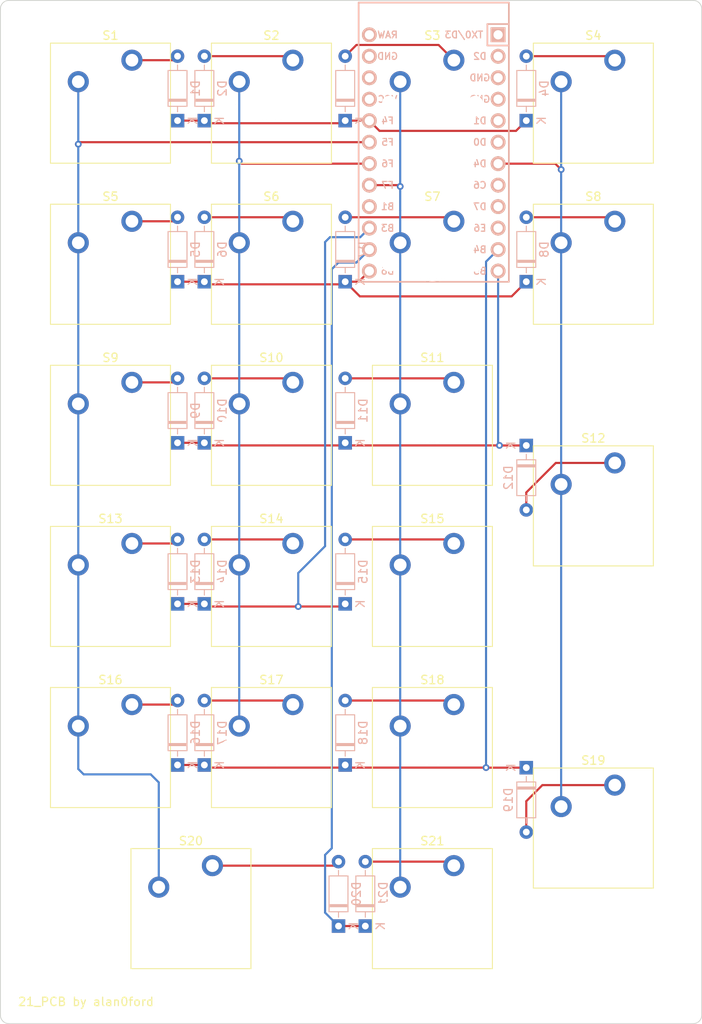
<source format=kicad_pcb>
(kicad_pcb (version 20221018) (generator pcbnew)
  (layers (0 "F.Cu" signal) (31 "B.Cu" signal) (34 "B.Paste" user) (35 "F.Paste" user) (36 "B.SilkS" user "B.Silkscreen") (37 "F.SilkS" user "F.Silkscreen") (38 "B.Mask" user) (39 "F.Mask" user) (44 "Edge.Cuts" user))
  (net 0 "")
  (net 1 "R0")
  (net 2 "Net-(D1-A)")
  (net 3 "Net-(D2-A)")
  (net 4 "Net-(D3-A)")
  (net 5 "Net-(D4-A)")
  (net 6 "R1")
  (net 7 "Net-(D5-A)")
  (net 8 "Net-(D6-A)")
  (net 9 "Net-(D7-A)")
  (net 10 "Net-(D8-A)")
  (net 11 "R2")
  (net 12 "Net-(D9-A)")
  (net 13 "Net-(D10-A)")
  (net 14 "Net-(D11-A)")
  (net 15 "Net-(D12-A)")
  (net 16 "R3")
  (net 17 "Net-(D13-A)")
  (net 18 "Net-(D14-A)")
  (net 19 "Net-(D15-A)")
  (net 20 "R4")
  (net 21 "Net-(D16-A)")
  (net 22 "Net-(D17-A)")
  (net 23 "Net-(D18-A)")
  (net 24 "Net-(D19-A)")
  (net 25 "R5")
  (net 26 "Net-(D20-A)")
  (net 27 "Net-(D21-A)")
  (net 28 "C0")
  (net 29 "C1")
  (net 30 "C2")
  (net 31 "C3")
  (footprint "ScottoKeebs_MX:MX_PCB_1.00u" (layer "F.Cu") (at 92.075 76.2)
    (fp_text reference "S6" (at 0 -8) (layer "F.SilkS"))
    (fp_text value "/")
    (pad "" np_thru_hole circle (at -5.08 0) (size 1.75 1.75) (drill 1.75) (layers "*.Cu" "*.Mask"))
    (pad "" np_thru_hole circle (at 0 0) (size 4 4) (drill 4) (layers "*.Cu" "*.Mask"))
    (pad "" np_thru_hole circle (at 5.08 0) (size 1.75 1.75) (drill 1.75) (layers "*.Cu" "*.Mask"))
    (pad "1" thru_hole circle (at -3.81 -2.54) (size 2.5 2.5) (drill 1.5) (layers "*.Cu" "*.Mask") (net 29 "C1"))
    (pad "2" thru_hole circle (at 2.54 -5.08) (size 2.5 2.5) (drill 1.5) (layers "*.Cu" "*.Mask") (net 8 "Net-(D6-A)"))
  )
  (footprint "ScottoKeebs_MX:MX_PCB_1.00u" (layer "F.Cu") (at 73.025 76.2)
    (fp_text reference "S5" (at 0 -8) (layer "F.SilkS"))
    (fp_text value "LAYER")
    (pad "" np_thru_hole circle (at -5.08 0) (size 1.75 1.75) (drill 1.75) (layers "*.Cu" "*.Mask"))
    (pad "" np_thru_hole circle (at 0 0) (size 4 4) (drill 4) (layers "*.Cu" "*.Mask"))
    (pad "" np_thru_hole circle (at 5.08 0) (size 1.75 1.75) (drill 1.75) (layers "*.Cu" "*.Mask"))
    (pad "1" thru_hole circle (at -3.81 -2.54) (size 2.5 2.5) (drill 1.5) (layers "*.Cu" "*.Mask") (net 28 "C0"))
    (pad "2" thru_hole circle (at 2.54 -5.08) (size 2.5 2.5) (drill 1.5) (layers "*.Cu" "*.Mask") (net 7 "Net-(D5-A)"))
  )
  (footprint "ScottoKeebs_MX:MX_PCB_1.00u" (layer "F.Cu") (at 111.125 95.25)
    (fp_text reference "S11" (at 0 -8) (layer "F.SilkS"))
    (fp_text value "9")
    (pad "" np_thru_hole circle (at -5.08 0) (size 1.75 1.75) (drill 1.75) (layers "*.Cu" "*.Mask"))
    (pad "" np_thru_hole circle (at 0 0) (size 4 4) (drill 4) (layers "*.Cu" "*.Mask"))
    (pad "" np_thru_hole circle (at 5.08 0) (size 1.75 1.75) (drill 1.75) (layers "*.Cu" "*.Mask"))
    (pad "1" thru_hole circle (at -3.81 -2.54) (size 2.5 2.5) (drill 1.5) (layers "*.Cu" "*.Mask") (net 30 "C2"))
    (pad "2" thru_hole circle (at 2.54 -5.08) (size 2.5 2.5) (drill 1.5) (layers "*.Cu" "*.Mask") (net 14 "Net-(D11-A)"))
  )
  (footprint "ScottoKeebs_MX:MX_PCB_1.00u" (layer "F.Cu") (at 73.025 57.15)
    (fp_text reference "S1" (at 0 -8) (layer "F.SilkS"))
    (fp_text value "F2")
    (pad "" np_thru_hole circle (at -5.08 0) (size 1.75 1.75) (drill 1.75) (layers "*.Cu" "*.Mask"))
    (pad "" np_thru_hole circle (at 0 0) (size 4 4) (drill 4) (layers "*.Cu" "*.Mask"))
    (pad "" np_thru_hole circle (at 5.08 0) (size 1.75 1.75) (drill 1.75) (layers "*.Cu" "*.Mask"))
    (pad "1" thru_hole circle (at -3.81 -2.54) (size 2.5 2.5) (drill 1.5) (layers "*.Cu" "*.Mask") (net 28 "C0"))
    (pad "2" thru_hole circle (at 2.54 -5.08) (size 2.5 2.5) (drill 1.5) (layers "*.Cu" "*.Mask") (net 2 "Net-(D1-A)"))
  )
  (footprint "ScottoKeebs_MX:MX_PCB_1.00u" (layer "F.Cu") (at 111.125 133.35)
    (fp_text reference "S18" (at 0 -8) (layer "F.SilkS"))
    (fp_text value "3")
    (pad "" np_thru_hole circle (at -5.08 0) (size 1.75 1.75) (drill 1.75) (layers "*.Cu" "*.Mask"))
    (pad "" np_thru_hole circle (at 0 0) (size 4 4) (drill 4) (layers "*.Cu" "*.Mask"))
    (pad "" np_thru_hole circle (at 5.08 0) (size 1.75 1.75) (drill 1.75) (layers "*.Cu" "*.Mask"))
    (pad "1" thru_hole circle (at -3.81 -2.54) (size 2.5 2.5) (drill 1.5) (layers "*.Cu" "*.Mask") (net 30 "C2"))
    (pad "2" thru_hole circle (at 2.54 -5.08) (size 2.5 2.5) (drill 1.5) (layers "*.Cu" "*.Mask") (net 23 "Net-(D18-A)"))
  )
  (footprint "ScottoKeebs_MX:MX_PCB_1.00u" (layer "F.Cu") (at 73.025 95.25)
    (fp_text reference "S9" (at 0 -8) (layer "F.SilkS"))
    (fp_text value "7")
    (pad "" np_thru_hole circle (at -5.08 0) (size 1.75 1.75) (drill 1.75) (layers "*.Cu" "*.Mask"))
    (pad "" np_thru_hole circle (at 0 0) (size 4 4) (drill 4) (layers "*.Cu" "*.Mask"))
    (pad "" np_thru_hole circle (at 5.08 0) (size 1.75 1.75) (drill 1.75) (layers "*.Cu" "*.Mask"))
    (pad "1" thru_hole circle (at -3.81 -2.54) (size 2.5 2.5) (drill 1.5) (layers "*.Cu" "*.Mask") (net 28 "C0"))
    (pad "2" thru_hole circle (at 2.54 -5.08) (size 2.5 2.5) (drill 1.5) (layers "*.Cu" "*.Mask") (net 12 "Net-(D9-A)"))
  )
  (footprint "ScottoKeebs_MX:MX_PCB_2.00u_90deg" (layer "F.Cu") (at 130.175 142.875)
    (fp_text reference "S19" (at 0 -8) (layer "F.SilkS"))
    (fp_text value "Enter")
    (pad "" np_thru_hole circle (at -5.08 0) (size 1.75 1.75) (drill 1.75) (layers "*.Cu" "*.Mask"))
    (pad "" np_thru_hole circle (at 0 0) (size 4 4) (drill 4) (layers "*.Cu" "*.Mask"))
    (pad "" np_thru_hole circle (at 5.08 0) (size 1.75 1.75) (drill 1.75) (layers "*.Cu" "*.Mask"))
    (pad "1" thru_hole circle (at -3.81 -2.54) (size 2.5 2.5) (drill 1.5) (layers "*.Cu" "*.Mask") (net 31 "C3"))
    (pad "2" thru_hole circle (at 2.54 -5.08) (size 2.5 2.5) (drill 1.5) (layers "*.Cu" "*.Mask") (net 24 "Net-(D19-A)"))
  )
  (footprint "ScottoKeebs_MX:MX_PCB_1.00u" (layer "F.Cu") (at 111.125 114.3)
    (fp_text reference "S15" (at 0 -8) (layer "F.SilkS"))
    (fp_text value "6")
    (pad "" np_thru_hole circle (at -5.08 0) (size 1.75 1.75) (drill 1.75) (layers "*.Cu" "*.Mask"))
    (pad "" np_thru_hole circle (at 0 0) (size 4 4) (drill 4) (layers "*.Cu" "*.Mask"))
    (pad "" np_thru_hole circle (at 5.08 0) (size 1.75 1.75) (drill 1.75) (layers "*.Cu" "*.Mask"))
    (pad "1" thru_hole circle (at -3.81 -2.54) (size 2.5 2.5) (drill 1.5) (layers "*.Cu" "*.Mask") (net 30 "C2"))
    (pad "2" thru_hole circle (at 2.54 -5.08) (size 2.5 2.5) (drill 1.5) (layers "*.Cu" "*.Mask") (net 19 "Net-(D15-A)"))
  )
  (footprint "ScottoKeebs_MX:MX_PCB_1.00u" (layer "F.Cu") (at 73.025 133.35)
    (fp_text reference "S16" (at 0 -8) (layer "F.SilkS"))
    (fp_text value "1")
    (pad "" np_thru_hole circle (at -5.08 0) (size 1.75 1.75) (drill 1.75) (layers "*.Cu" "*.Mask"))
    (pad "" np_thru_hole circle (at 0 0) (size 4 4) (drill 4) (layers "*.Cu" "*.Mask"))
    (pad "" np_thru_hole circle (at 5.08 0) (size 1.75 1.75) (drill 1.75) (layers "*.Cu" "*.Mask"))
    (pad "1" thru_hole circle (at -3.81 -2.54) (size 2.5 2.5) (drill 1.5) (layers "*.Cu" "*.Mask") (net 28 "C0"))
    (pad "2" thru_hole circle (at 2.54 -5.08) (size 2.5 2.5) (drill 1.5) (layers "*.Cu" "*.Mask") (net 21 "Net-(D16-A)"))
  )
  (footprint "ScottoKeebs_MX:MX_PCB_1.00u" (layer "F.Cu") (at 92.075 95.25)
    (fp_text reference "S10" (at 0 -8) (layer "F.SilkS"))
    (fp_text value "8")
    (pad "" np_thru_hole circle (at -5.08 0) (size 1.75 1.75) (drill 1.75) (layers "*.Cu" "*.Mask"))
    (pad "" np_thru_hole circle (at 0 0) (size 4 4) (drill 4) (layers "*.Cu" "*.Mask"))
    (pad "" np_thru_hole circle (at 5.08 0) (size 1.75 1.75) (drill 1.75) (layers "*.Cu" "*.Mask"))
    (pad "1" thru_hole circle (at -3.81 -2.54) (size 2.5 2.5) (drill 1.5) (layers "*.Cu" "*.Mask") (net 29 "C1"))
    (pad "2" thru_hole circle (at 2.54 -5.08) (size 2.5 2.5) (drill 1.5) (layers "*.Cu" "*.Mask") (net 13 "Net-(D10-A)"))
  )
  (footprint "ScottoKeebs_MX:MX_PCB_1.00u" (layer "F.Cu") (at 111.125 57.15)
    (fp_text reference "S3" (at 0 -8) (layer "F.SilkS"))
    (fp_text value "F8")
    (pad "" np_thru_hole circle (at -5.08 0) (size 1.75 1.75) (drill 1.75) (layers "*.Cu" "*.Mask"))
    (pad "" np_thru_hole circle (at 0 0) (size 4 4) (drill 4) (layers "*.Cu" "*.Mask"))
    (pad "" np_thru_hole circle (at 5.08 0) (size 1.75 1.75) (drill 1.75) (layers "*.Cu" "*.Mask"))
    (pad "1" thru_hole circle (at -3.81 -2.54) (size 2.5 2.5) (drill 1.5) (layers "*.Cu" "*.Mask") (net 30 "C2"))
    (pad "2" thru_hole circle (at 2.54 -5.08) (size 2.5 2.5) (drill 1.5) (layers "*.Cu" "*.Mask") (net 4 "Net-(D3-A)"))
  )
  (footprint "ScottoKeebs_MX:MX_PCB_1.00u" (layer "F.Cu") (at 92.075 57.15)
    (fp_text reference "S2" (at 0 -8) (layer "F.SilkS"))
    (fp_text value "F3")
    (pad "" np_thru_hole circle (at -5.08 0) (size 1.75 1.75) (drill 1.75) (layers "*.Cu" "*.Mask"))
    (pad "" np_thru_hole circle (at 0 0) (size 4 4) (drill 4) (layers "*.Cu" "*.Mask"))
    (pad "" np_thru_hole circle (at 5.08 0) (size 1.75 1.75) (drill 1.75) (layers "*.Cu" "*.Mask"))
    (pad "1" thru_hole circle (at -3.81 -2.54) (size 2.5 2.5) (drill 1.5) (layers "*.Cu" "*.Mask") (net 29 "C1"))
    (pad "2" thru_hole circle (at 2.54 -5.08) (size 2.5 2.5) (drill 1.5) (layers "*.Cu" "*.Mask") (net 3 "Net-(D2-A)"))
  )
  (footprint "PCM_marbastlib-mx:STAB_MX_2u" (layer "F.Cu") (at 130.175 104.775 -90)
    (fp_text reference "S22" hide)
    (fp_text value "MX_stab")
    (pad "" np_thru_hole circle (at -11.90625 -6.985 270) (size 3.048 3.048) (drill 3.048) (layers "*.Cu" "*.Mask"))
    (pad "" np_thru_hole circle (at -11.90625 8.255 270) (size 3.9878 3.9878) (drill 3.9878) (layers "*.Cu" "*.Mask"))
    (pad "" np_thru_hole circle (at 11.90625 -6.985 270) (size 3.048 3.048) (drill 3.048) (layers "*.Cu" "*.Mask"))
    (pad "" np_thru_hole circle (at 11.90625 8.255 270) (size 3.9878 3.9878) (drill 3.9878) (layers "*.Cu" "*.Mask"))
  )
  (footprint "PCM_marbastlib-mx:STAB_MX_2u" (layer "F.Cu") (at 82.55 152.4 180)
    (fp_text reference "S24" hide)
    (fp_text value "MX_stab")
    (pad "" np_thru_hole circle (at -11.90625 -6.985 180) (size 3.048 3.048) (drill 3.048) (layers "*.Cu" "*.Mask"))
    (pad "" np_thru_hole circle (at -11.90625 8.255 180) (size 3.9878 3.9878) (drill 3.9878) (layers "*.Cu" "*.Mask"))
    (pad "" np_thru_hole circle (at 11.90625 -6.985 180) (size 3.048 3.048) (drill 3.048) (layers "*.Cu" "*.Mask"))
    (pad "" np_thru_hole circle (at 11.90625 8.255 180) (size 3.9878 3.9878) (drill 3.9878) (layers "*.Cu" "*.Mask"))
  )
  (footprint "ScottoKeebs_MX:MX_PCB_1.00u" (layer "F.Cu") (at 73.025 114.3)
    (fp_text reference "S13" (at 0 -8) (layer "F.SilkS"))
    (fp_text value "4")
    (pad "" np_thru_hole circle (at -5.08 0) (size 1.75 1.75) (drill 1.75) (layers "*.Cu" "*.Mask"))
    (pad "" np_thru_hole circle (at 0 0) (size 4 4) (drill 4) (layers "*.Cu" "*.Mask"))
    (pad "" np_thru_hole circle (at 5.08 0) (size 1.75 1.75) (drill 1.75) (layers "*.Cu" "*.Mask"))
    (pad "1" thru_hole circle (at -3.81 -2.54) (size 2.5 2.5) (drill 1.5) (layers "*.Cu" "*.Mask") (net 28 "C0"))
    (pad "2" thru_hole circle (at 2.54 -5.08) (size 2.5 2.5) (drill 1.5) (layers "*.Cu" "*.Mask") (net 17 "Net-(D13-A)"))
  )
  (footprint "ScottoKeebs_MX:MX_PCB_2.00u_90deg" (layer "F.Cu") (at 130.175 104.775)
    (fp_text reference "S12" (at 0 -8) (layer "F.SilkS"))
    (fp_text value "+")
    (pad "" np_thru_hole circle (at -5.08 0) (size 1.75 1.75) (drill 1.75) (layers "*.Cu" "*.Mask"))
    (pad "" np_thru_hole circle (at 0 0) (size 4 4) (drill 4) (layers "*.Cu" "*.Mask"))
    (pad "" np_thru_hole circle (at 5.08 0) (size 1.75 1.75) (drill 1.75) (layers "*.Cu" "*.Mask"))
    (pad "1" thru_hole circle (at -3.81 -2.54) (size 2.5 2.5) (drill 1.5) (layers "*.Cu" "*.Mask") (net 31 "C3"))
    (pad "2" thru_hole circle (at 2.54 -5.08) (size 2.5 2.5) (drill 1.5) (layers "*.Cu" "*.Mask") (net 15 "Net-(D12-A)"))
  )
  (footprint "ScottoKeebs_MX:MX_PCB_1.00u" (layer "F.Cu") (at 111.125 152.4)
    (fp_text reference "S21" (at 0 -8) (layer "F.SilkS"))
    (fp_text value ".")
    (pad "" np_thru_hole circle (at -5.08 0) (size 1.75 1.75) (drill 1.75) (layers "*.Cu" "*.Mask"))
    (pad "" np_thru_hole circle (at 0 0) (size 4 4) (drill 4) (layers "*.Cu" "*.Mask"))
    (pad "" np_thru_hole circle (at 5.08 0) (size 1.75 1.75) (drill 1.75) (layers "*.Cu" "*.Mask"))
    (pad "1" thru_hole circle (at -3.81 -2.54) (size 2.5 2.5) (drill 1.5) (layers "*.Cu" "*.Mask") (net 30 "C2"))
    (pad "2" thru_hole circle (at 2.54 -5.08) (size 2.5 2.5) (drill 1.5) (layers "*.Cu" "*.Mask") (net 27 "Net-(D21-A)"))
  )
  (footprint "PCM_marbastlib-mx:STAB_MX_2u" (layer "F.Cu") (at 130.175 142.875 -90)
    (fp_text reference "S23" hide)
    (fp_text value "MX_stab")
    (pad "" np_thru_hole circle (at -11.90625 -6.985 270) (size 3.048 3.048) (drill 3.048) (layers "*.Cu" "*.Mask"))
    (pad "" np_thru_hole circle (at -11.90625 8.255 270) (size 3.9878 3.9878) (drill 3.9878) (layers "*.Cu" "*.Mask"))
    (pad "" np_thru_hole circle (at 11.90625 -6.985 270) (size 3.048 3.048) (drill 3.048) (layers "*.Cu" "*.Mask"))
    (pad "" np_thru_hole circle (at 11.90625 8.255 270) (size 3.9878 3.9878) (drill 3.9878) (layers "*.Cu" "*.Mask"))
  )
  (footprint "ScottoKeebs_MX:MX_PCB_1.00u" (layer "F.Cu") (at 92.075 114.3)
    (fp_text reference "S14" (at 0 -8) (layer "F.SilkS"))
    (fp_text value "5")
    (pad "" np_thru_hole circle (at -5.08 0) (size 1.75 1.75) (drill 1.75) (layers "*.Cu" "*.Mask"))
    (pad "" np_thru_hole circle (at 0 0) (size 4 4) (drill 4) (layers "*.Cu" "*.Mask"))
    (pad "" np_thru_hole circle (at 5.08 0) (size 1.75 1.75) (drill 1.75) (layers "*.Cu" "*.Mask"))
    (pad "1" thru_hole circle (at -3.81 -2.54) (size 2.5 2.5) (drill 1.5) (layers "*.Cu" "*.Mask") (net 29 "C1"))
    (pad "2" thru_hole circle (at 2.54 -5.08) (size 2.5 2.5) (drill 1.5) (layers "*.Cu" "*.Mask") (net 18 "Net-(D14-A)"))
  )
  (footprint "ScottoKeebs_MX:MX_PCB_1.00u" (layer "F.Cu") (at 111.125 76.2)
    (fp_text reference "S7" (at 0 -8) (layer "F.SilkS"))
    (fp_text value "*")
    (pad "" np_thru_hole circle (at -5.08 0) (size 1.75 1.75) (drill 1.75) (layers "*.Cu" "*.Mask"))
    (pad "" np_thru_hole circle (at 0 0) (size 4 4) (drill 4) (layers "*.Cu" "*.Mask"))
    (pad "" np_thru_hole circle (at 5.08 0) (size 1.75 1.75) (drill 1.75) (layers "*.Cu" "*.Mask"))
    (pad "1" thru_hole circle (at -3.81 -2.54) (size 2.5 2.5) (drill 1.5) (layers "*.Cu" "*.Mask") (net 30 "C2"))
    (pad "2" thru_hole circle (at 2.54 -5.08) (size 2.5 2.5) (drill 1.5) (layers "*.Cu" "*.Mask") (net 9 "Net-(D7-A)"))
  )
  (footprint "ScottoKeebs_MX:MX_PCB_1.00u" (layer "F.Cu") (at 130.175 76.2)
    (fp_text reference "S8" (at 0 -8) (layer "F.SilkS"))
    (fp_text value "-")
    (pad "" np_thru_hole circle (at -5.08 0) (size 1.75 1.75) (drill 1.75) (layers "*.Cu" "*.Mask"))
    (pad "" np_thru_hole circle (at 0 0) (size 4 4) (drill 4) (layers "*.Cu" "*.Mask"))
    (pad "" np_thru_hole circle (at 5.08 0) (size 1.75 1.75) (drill 1.75) (layers "*.Cu" "*.Mask"))
    (pad "1" thru_hole circle (at -3.81 -2.54) (size 2.5 2.5) (drill 1.5) (layers "*.Cu" "*.Mask") (net 31 "C3"))
    (pad "2" thru_hole circle (at 2.54 -5.08) (size 2.5 2.5) (drill 1.5) (layers "*.Cu" "*.Mask") (net 10 "Net-(D8-A)"))
  )
  (footprint "ScottoKeebs_MX:MX_PCB_2.00u" (layer "F.Cu") (at 82.55 152.4)
    (fp_text reference "S20" (at 0 -8) (layer "F.SilkS"))
    (fp_text value "0")
    (pad "" np_thru_hole circle (at -5.08 0) (size 1.75 1.75) (drill 1.75) (layers "*.Cu" "*.Mask"))
    (pad "" np_thru_hole circle (at 0 0) (size 4 4) (drill 4) (layers "*.Cu" "*.Mask"))
    (pad "" np_thru_hole circle (at 5.08 0) (size 1.75 1.75) (drill 1.75) (layers "*.Cu" "*.Mask"))
    (pad "1" thru_hole circle (at -3.81 -2.54) (size 2.5 2.5) (drill 1.5) (layers "*.Cu" "*.Mask") (net 28 "C0"))
    (pad "2" thru_hole circle (at 2.54 -5.08) (size 2.5 2.5) (drill 1.5) (layers "*.Cu" "*.Mask") (net 26 "Net-(D20-A)"))
  )
  (footprint "ScottoKeebs_MX:MX_PCB_1.00u" (layer "F.Cu") (at 92.075 133.35)
    (fp_text reference "S17" (at 0 -8) (layer "F.SilkS"))
    (fp_text value "2")
    (pad "" np_thru_hole circle (at -5.08 0) (size 1.75 1.75) (drill 1.75) (layers "*.Cu" "*.Mask"))
    (pad "" np_thru_hole circle (at 0 0) (size 4 4) (drill 4) (layers "*.Cu" "*.Mask"))
    (pad "" np_thru_hole circle (at 5.08 0) (size 1.75 1.75) (drill 1.75) (layers "*.Cu" "*.Mask"))
    (pad "1" thru_hole circle (at -3.81 -2.54) (size 2.5 2.5) (drill 1.5) (layers "*.Cu" "*.Mask") (net 29 "C1"))
    (pad "2" thru_hole circle (at 2.54 -5.08) (size 2.5 2.5) (drill 1.5) (layers "*.Cu" "*.Mask") (net 22 "Net-(D17-A)"))
  )
  (footprint "ScottoKeebs_MX:MX_PCB_1.00u" (layer "F.Cu") (at 130.175 57.15)
    (fp_text reference "S4" (at 0 -8) (layer "F.SilkS"))
    (fp_text value "F9")
    (pad "" np_thru_hole circle (at -5.08 0) (size 1.75 1.75) (drill 1.75) (layers "*.Cu" "*.Mask"))
    (pad "" np_thru_hole circle (at 0 0) (size 4 4) (drill 4) (layers "*.Cu" "*.Mask"))
    (pad "" np_thru_hole circle (at 5.08 0) (size 1.75 1.75) (drill 1.75) (layers "*.Cu" "*.Mask"))
    (pad "1" thru_hole circle (at -3.81 -2.54) (size 2.5 2.5) (drill 1.5) (layers "*.Cu" "*.Mask") (net 31 "C3"))
    (pad "2" thru_hole circle (at 2.54 -5.08) (size 2.5 2.5) (drill 1.5) (layers "*.Cu" "*.Mask") (net 5 "Net-(D4-A)"))
  )
  (footprint "ScottoKeebs_Components:Diode_DO-35" (layer "B.Cu") (at 100.80625 78.26375 90)
    (fp_text reference "D7" (at 3.81 2.12 90) (layer "B.SilkS") (effects (justify mirror)))
    (fp_text value "Diode")
    (fp_text user "K" (at 0 1.8 90) (layer "B.SilkS") (effects (justify mirror)))
    (pad "1" thru_hole rect (at 0 0 90) (size 1.6 1.6) (drill 0.8) (layers "*.Cu" "*.Mask") (net 6 "R1"))
    (pad "2" thru_hole oval (at 7.62 0 90) (size 1.6 1.6) (drill 0.8) (layers "*.Cu" "*.Mask") (net 9 "Net-(D7-A)"))
  )
  (footprint "ScottoKeebs_Components:Diode_DO-35" (layer "B.Cu") (at 103.1875 154.46375 90)
    (fp_text reference "D21" (at 3.81 2.12 90) (layer "B.SilkS") (effects (justify mirror)))
    (fp_text value "Diode")
    (fp_text user "K" (at 0 1.8 90) (layer "B.SilkS") (effects (justify mirror)))
    (pad "1" thru_hole rect (at 0 0 90) (size 1.6 1.6) (drill 0.8) (layers "*.Cu" "*.Mask") (net 25 "R5"))
    (pad "2" thru_hole oval (at 7.62 0 90) (size 1.6 1.6) (drill 0.8) (layers "*.Cu" "*.Mask") (net 27 "Net-(D21-A)"))
  )
  (footprint "ScottoKeebs_Components:Diode_DO-35" (layer "B.Cu") (at 84.1375 135.41375 90)
    (fp_text reference "D17" (at 3.81 2.12 90) (layer "B.SilkS") (effects (justify mirror)))
    (fp_text value "Diode")
    (fp_text user "K" (at 0 1.8 90) (layer "B.SilkS") (effects (justify mirror)))
    (pad "1" thru_hole rect (at 0 0 90) (size 1.6 1.6) (drill 0.8) (layers "*.Cu" "*.Mask") (net 20 "R4"))
    (pad "2" thru_hole oval (at 7.62 0 90) (size 1.6 1.6) (drill 0.8) (layers "*.Cu" "*.Mask") (net 22 "Net-(D17-A)"))
  )
  (footprint "ScottoKeebs_Components:Diode_DO-35" (layer "B.Cu") (at 80.9625 116.36375 90)
    (fp_text reference "D13" (at 3.81 2.12 90) (layer "B.SilkS") (effects (justify mirror)))
    (fp_text value "Diode")
    (fp_text user "K" (at 0 1.8 90) (layer "B.SilkS") (effects (justify mirror)))
    (pad "1" thru_hole rect (at 0 0 90) (size 1.6 1.6) (drill 0.8) (layers "*.Cu" "*.Mask") (net 16 "R3"))
    (pad "2" thru_hole oval (at 7.62 0 90) (size 1.6 1.6) (drill 0.8) (layers "*.Cu" "*.Mask") (net 17 "Net-(D13-A)"))
  )
  (footprint "ScottoKeebs_Components:Diode_DO-35" (layer "B.Cu") (at 80.9625 59.21375 90)
    (fp_text reference "D1" (at 3.81 2.12 90) (layer "B.SilkS") (effects (justify mirror)))
    (fp_text value "Diode")
    (fp_text user "K" (at 0 1.8 90) (layer "B.SilkS") (effects (justify mirror)))
    (pad "1" thru_hole rect (at 0 0 90) (size 1.6 1.6) (drill 0.8) (layers "*.Cu" "*.Mask") (net 1 "R0"))
    (pad "2" thru_hole oval (at 7.62 0 90) (size 1.6 1.6) (drill 0.8) (layers "*.Cu" "*.Mask") (net 2 "Net-(D1-A)"))
  )
  (footprint "ScottoKeebs_Components:Diode_DO-35" (layer "B.Cu") (at 100.80625 59.21375 90)
    (fp_text reference "D3" hide)
    (fp_text value "Diode")
    (fp_text user "K" (at 0 1.8 -90) (layer "B.SilkS") (effects (justify mirror)))
    (pad "1" thru_hole rect (at 0 0 90) (size 1.6 1.6) (drill 0.8) (layers "*.Cu" "*.Mask") (net 1 "R0"))
    (pad "2" thru_hole oval (at 7.62 0 90) (size 1.6 1.6) (drill 0.8) (layers "*.Cu" "*.Mask") (net 4 "Net-(D3-A)"))
  )
  (footprint "ScottoKeebs_Components:Diode_DO-35" (layer "B.Cu") (at 80.9625 97.31375 90)
    (fp_text reference "D9" (at 3.81 2.12 90) (layer "B.SilkS") (effects (justify mirror)))
    (fp_text value "Diode")
    (fp_text user "K" (at 0 1.8 90) (layer "B.SilkS") (effects (justify mirror)))
    (pad "1" thru_hole rect (at 0 0 90) (size 1.6 1.6) (drill 0.8) (layers "*.Cu" "*.Mask") (net 11 "R2"))
    (pad "2" thru_hole oval (at 7.62 0 90) (size 1.6 1.6) (drill 0.8) (layers "*.Cu" "*.Mask") (net 12 "Net-(D9-A)"))
  )
  (footprint "ScottoKeebs_Components:Diode_DO-35" (layer "B.Cu") (at 100.0125 154.46375 90)
    (fp_text reference "D20" (at 3.81 2.12 90) (layer "B.SilkS") (effects (justify mirror)))
    (fp_text value "Diode")
    (fp_text user "K" (at 0 1.8 90) (layer "B.SilkS") (effects (justify mirror)))
    (pad "1" thru_hole rect (at 0 0 90) (size 1.6 1.6) (drill 0.8) (layers "*.Cu" "*.Mask") (net 25 "R5"))
    (pad "2" thru_hole oval (at 7.62 0 90) (size 1.6 1.6) (drill 0.8) (layers "*.Cu" "*.Mask") (net 26 "Net-(D20-A)"))
  )
  (footprint "ScottoKeebs_Components:Diode_DO-35" (layer "B.Cu") (at 80.9625 135.41375 90)
    (fp_text reference "D16" (at 3.81 2.12 90) (layer "B.SilkS") (effects (justify mirror)))
    (fp_text value "Diode")
    (fp_text user "K" (at 0 1.8 90) (layer "B.SilkS") (effects (justify mirror)))
    (pad "1" thru_hole rect (at 0 0 90) (size 1.6 1.6) (drill 0.8) (layers "*.Cu" "*.Mask") (net 20 "R4"))
    (pad "2" thru_hole oval (at 7.62 0 90) (size 1.6 1.6) (drill 0.8) (layers "*.Cu" "*.Mask") (net 21 "Net-(D16-A)"))
  )
  (footprint "ScottoKeebs_Components:Diode_DO-35" (layer "B.Cu") (at 122.2375 59.21375 90)
    (fp_text reference "D4" (at 3.81 2.12 90) (layer "B.SilkS") (effects (justify mirror)))
    (fp_text value "Diode")
    (fp_text user "K" (at 0 1.8 90) (layer "B.SilkS") (effects (justify mirror)))
    (pad "1" thru_hole rect (at 0 0 90) (size 1.6 1.6) (drill 0.8) (layers "*.Cu" "*.Mask") (net 1 "R0"))
    (pad "2" thru_hole oval (at 7.62 0 90) (size 1.6 1.6) (drill 0.8) (layers "*.Cu" "*.Mask") (net 5 "Net-(D4-A)"))
  )
  (footprint "ScottoKeebs_Components:Diode_DO-35" (layer "B.Cu") (at 100.80625 135.41375 90)
    (fp_text reference "D18" (at 3.81 2.12 90) (layer "B.SilkS") (effects (justify mirror)))
    (fp_text value "Diode")
    (fp_text user "K" (at 0 1.8 90) (layer "B.SilkS") (effects (justify mirror)))
    (pad "1" thru_hole rect (at 0 0 90) (size 1.6 1.6) (drill 0.8) (layers "*.Cu" "*.Mask") (net 20 "R4"))
    (pad "2" thru_hole oval (at 7.62 0 90) (size 1.6 1.6) (drill 0.8) (layers "*.Cu" "*.Mask") (net 23 "Net-(D18-A)"))
  )
  (footprint "ScottoKeebs_Components:Diode_DO-35" (layer "B.Cu") (at 84.1375 97.31375 90)
    (fp_text reference "D10" (at 3.81 2.12 90) (layer "B.SilkS") (effects (justify mirror)))
    (fp_text value "Diode")
    (fp_text user "K" (at 0 1.8 90) (layer "B.SilkS") (effects (justify mirror)))
    (pad "1" thru_hole rect (at 0 0 90) (size 1.6 1.6) (drill 0.8) (layers "*.Cu" "*.Mask") (net 11 "R2"))
    (pad "2" thru_hole oval (at 7.62 0 90) (size 1.6 1.6) (drill 0.8) (layers "*.Cu" "*.Mask") (net 13 "Net-(D10-A)"))
  )
  (footprint "ScottoKeebs_Components:Diode_DO-35" (layer "B.Cu") (at 84.1375 59.21375 90)
    (fp_text reference "D2" (at 3.81 2.12 90) (layer "B.SilkS") (effects (justify mirror)))
    (fp_text value "Diode")
    (fp_text user "K" (at 0 1.8 90) (layer "B.SilkS") (effects (justify mirror)))
    (pad "1" thru_hole rect (at 0 0 90) (size 1.6 1.6) (drill 0.8) (layers "*.Cu" "*.Mask") (net 1 "R0"))
    (pad "2" thru_hole oval (at 7.62 0 90) (size 1.6 1.6) (drill 0.8) (layers "*.Cu" "*.Mask") (net 3 "Net-(D2-A)"))
  )
  (footprint "ScottoKeebs_Components:Diode_DO-35" (layer "B.Cu") (at 122.2375 97.63125 -90)
    (fp_text reference "D12" (at 3.81 2.12 90) (layer "B.SilkS") (effects (justify mirror)))
    (fp_text value "Diode")
    (fp_text user "K" (at 0 1.8 90) (layer "B.SilkS") (effects (justify mirror)))
    (pad "1" thru_hole rect (at 0 0 270) (size 1.6 1.6) (drill 0.8) (layers "*.Cu" "*.Mask") (net 11 "R2"))
    (pad "2" thru_hole oval (at 7.62 0 270) (size 1.6 1.6) (drill 0.8) (layers "*.Cu" "*.Mask") (net 15 "Net-(D12-A)"))
  )
  (footprint "ScottoKeebs_MCU:Arduino_Pro_Micro" (layer "B.Cu") (at 111.28375 63.035 180)
    (fp_text reference "U1" hide)
    (fp_text value "Arduino_Pro_Micro" hide)
    (fp_text user "TX0/D3" (at -3.571872 13.97) (layer "B.SilkS") (effects (font (size 0.8 0.8)) (justify mirror)))
    (fp_text user "GND" (at -5.461 6.35) (layer "B.SilkS") (effects (font (size 0.8 0.8)) (justify mirror)))
    (fp_text user "F5" (at 5.461 1.27) (layer "B.SilkS") (effects (font (size 0.8 0.8)) (justify mirror)))
    (fp_text user "E6" (at -5.461 -8.89) (layer "B.SilkS") (effects (font (size 0.8 0.8)) (justify mirror)))
    (fp_text user "D4" (at -5.461 -1.27) (layer "B.SilkS") (effects (font (size 0.8 0.8)) (justify mirror)))
    (fp_text user "F7" (at 5.461 -3.81) (layer "B.SilkS") (effects (font (size 0.8 0.8)) (justify mirror)))
    (fp_text user "B3" (at 5.461 -8.89) (layer "B.SilkS") (effects (font (size 0.8 0.8)) (justify mirror)))
    (fp_text user "GND" (at -5.461 8.89) (layer "B.SilkS") (effects (font (size 0.8 0.8)) (justify mirror)))
    (fp_text user "VCC" (at 5.461 6.35) (layer "B.SilkS") (effects (font (size 0.8 0.8)) (justify mirror)))
    (fp_text user "D7" (at -5.461 -6.35) (layer "B.SilkS") (effects (font (size 0.8 0.8)) (justify mirror)))
    (fp_text user "D0" (at -5.461 1.27) (layer "B.SilkS") (effects (font (size 0.8 0.8)) (justify mirror)))
    (fp_text user "F6" (at 5.461 -1.27) (layer "B.SilkS") (effects (font (size 0.8 0.8)) (justify mirror)))
    (fp_text user "RAW" (at 5.461 13.97) (layer "B.SilkS") (effects (font (size 0.8 0.8)) (justify mirror)))
    (fp_text user "F4" (at 5.461 3.81) (layer "B.SilkS") (effects (font (size 0.8 0.8)) (justify mirror)))
    (fp_text user "D1" (at -5.461 3.81) (layer "B.SilkS") (effects (font (size 0.8 0.8)) (justify mirror)))
    (fp_text user "B4" (at -5.461 -11.43) (layer "B.SilkS") (effects (font (size 0.8 0.8)) (justify mirror)))
    (fp_text user "B6" (at 5.461 -13.97) (layer "B.SilkS") (effects (font (size 0.8 0.8)) (justify mirror)))
    (fp_text user "B5" (at -5.461 -13.97) (layer "B.SilkS") (effects (font (size 0.8 0.8)) (justify mirror)))
    (fp_text user "B1" (at 5.461 -6.35) (layer "B.SilkS") (effects (font (size 0.8 0.8)) (justify mirror)))
    (fp_text user "C6" (at -5.461 -3.81) (layer "B.SilkS") (effects (font (size 0.8 0.8)) (justify mirror)))
    (fp_text user "D2" (at -5.461 11.43) (layer "B.SilkS") (effects (font (size 0.8 0.8)) (justify mirror)))
    (fp_text user "GND" (at 5.461 11.43) (layer "B.SilkS") (effects (font (size 0.8 0.8)) (justify mirror)))
    (pad "1" thru_hole rect (at -7.62 13.97 270) (size 1.7526 1.7526) (drill 1.0922) (layers "*.Cu" "*.SilkS" "*.Mask"))
    (pad "2" thru_hole circle (at -7.62 11.43 270) (size 1.7526 1.7526) (drill 1.0922) (layers "*.Cu" "*.SilkS" "*.Mask"))
    (pad "3" thru_hole circle (at -7.62 8.89 270) (size 1.7526 1.7526) (drill 1.0922) (layers "*.Cu" "*.SilkS" "*.Mask"))
    (pad "4" thru_hole circle (at -7.62 6.35 270) (size 1.7526 1.7526) (drill 1.0922) (layers "*.Cu" "*.SilkS" "*.Mask"))
    (pad "5" thru_hole circle (at -7.62 3.81 270) (size 1.7526 1.7526) (drill 1.0922) (layers "*.Cu" "*.SilkS" "*.Mask"))
    (pad "6" thru_hole circle (at -7.62 1.27 270) (size 1.7526 1.7526) (drill 1.0922) (layers "*.Cu" "*.SilkS" "*.Mask"))
    (pad "7" thru_hole circle (at -7.62 -1.27 270) (size 1.7526 1.7526) (drill 1.0922) (layers "*.Cu" "*.SilkS" "*.Mask") (net 31 "C3"))
    (pad "8" thru_hole circle (at -7.62 -3.81 270) (size 1.7526 1.7526) (drill 1.0922) (layers "*.Cu" "*.SilkS" "*.Mask"))
    (pad "9" thru_hole circle (at -7.62 -6.35 270) (size 1.7526 1.7526) (drill 1.0922) (layers "*.Cu" "*.SilkS" "*.Mask"))
    (pad "10" thru_hole circle (at -7.62 -8.89 270) (size 1.7526 1.7526) (drill 1.0922) (layers "*.Cu" "*.SilkS" "*.Mask"))
    (pad "11" thru_hole circle (at -7.62 -11.43 270) (size 1.7526 1.7526) (drill 1.0922) (layers "*.Cu" "*.SilkS" "*.Mask") (net 20 "R4"))
    (pad "12" thru_hole circle (at -7.62 -13.97 270) (size 1.7526 1.7526) (drill 1.0922) (layers "*.Cu" "*.SilkS" "*.Mask") (net 11 "R2"))
    (pad "13" thru_hole circle (at 7.62 -13.97 270) (size 1.7526 1.7526) (drill 1.0922) (layers "*.Cu" "*.SilkS" "*.Mask") (net 6 "R1"))
    (pad "14" thru_hole circle (at 7.62 -11.43 270) (size 1.7526 1.7526) (drill 1.0922) (layers "*.Cu" "*.SilkS" "*.Mask") (net 25 "R5"))
    (pad "15" thru_hole circle (at 7.62 -8.89 270) (size 1.7526 1.7526) (drill 1.0922) (layers "*.Cu" "*.SilkS" "*.Mask") (net 16 "R3"))
    (pad "16" thru_hole circle (at 7.62 -6.35 270) (size 1.7526 1.7526) (drill 1.0922) (layers "*.Cu" "*.SilkS" "*.Mask"))
    (pad "17" thru_hole circle (at 7.62 -3.81 270) (size 1.7526 1.7526) (drill 1.0922) (layers "*.Cu" "*.SilkS" "*.Mask") (net 30 "C2"))
    (pad "18" thru_hole circle (at 7.62 -1.27 270) (size 1.7526 1.7526) (drill 1.0922) (layers "*.Cu" "*.SilkS" "*.Mask") (net 29 "C1"))
    (pad "19" thru_hole circle (at 7.62 1.27 270) (size 1.7526 1.7526) (drill 1.0922) (layers "*.Cu" "*.SilkS" "*.Mask") (net 28 "C0"))
    (pad "20" thru_hole circle (at 7.62 3.81 270) (size 1.7526 1.7526) (drill 1.0922) (layers "*.Cu" "*.SilkS" "*.Mask") (net 1 "R0"))
    (pad "21" thru_hole circle (at 7.62 6.35 270) (size 1.7526 1.7526) (drill 1.0922) (layers "*.Cu" "*.SilkS" "*.Mask"))
    (pad "22" thru_hole circle (at 7.62 8.89 270) (size 1.7526 1.7526) (drill 1.0922) (layers "*.Cu" "*.SilkS" "*.Mask"))
    (pad "23" thru_hole circle (at 7.62 11.43 270) (size 1.7526 1.7526) (drill 1.0922) (layers "*.Cu" "*.SilkS" "*.Mask"))
    (pad "24" thru_hole circle (at 7.62 13.97 270) (size 1.7526 1.7526) (drill 1.0922) (layers "*.Cu" "*.SilkS" "*.Mask"))
  )
  (footprint "ScottoKeebs_Components:Diode_DO-35" (layer "B.Cu") (at 122.2375 135.73125 -90)
    (fp_text reference "D19" (at 3.81 2.12 90) (layer "B.SilkS") (effects (justify mirror)))
    (fp_text value "Diode")
    (fp_text user "K" (at 0 1.8 90) (layer "B.SilkS") (effects (justify mirror)))
    (pad "1" thru_hole rect (at 0 0 270) (size 1.6 1.6) (drill 0.8) (layers "*.Cu" "*.Mask") (net 20 "R4"))
    (pad "2" thru_hole oval (at 7.62 0 270) (size 1.6 1.6) (drill 0.8) (layers "*.Cu" "*.Mask") (net 24 "Net-(D19-A)"))
  )
  (footprint "ScottoKeebs_Components:Diode_DO-35" (layer "B.Cu") (at 100.80625 97.31375 90)
    (fp_text reference "D11" (at 3.81 2.12 90) (layer "B.SilkS") (effects (justify mirror)))
    (fp_text value "Diode")
    (fp_text user "K" (at 0 1.8 90) (layer "B.SilkS") (effects (justify mirror)))
    (pad "1" thru_hole rect (at 0 0 90) (size 1.6 1.6) (drill 0.8) (layers "*.Cu" "*.Mask") (net 11 "R2"))
    (pad "2" thru_hole oval (at 7.62 0 90) (size 1.6 1.6) (drill 0.8) (layers "*.Cu" "*.Mask") (net 14 "Net-(D11-A)"))
  )
  (footprint "ScottoKeebs_Components:Diode_DO-35" (layer "B.Cu") (at 80.9625 78.26375 90)
    (fp_text reference "D5" (at 3.81 2.12 90) (layer "B.SilkS") (effects (justify mirror)))
    (fp_text value "Diode")
    (fp_text user "K" (at 0 1.8 90) (layer "B.SilkS") (effects (justify mirror)))
    (pad "1" thru_hole rect (at 0 0 90) (size 1.6 1.6) (drill 0.8) (layers "*.Cu" "*.Mask") (net 6 "R1"))
    (pad "2" thru_hole oval (at 7.62 0 90) (size 1.6 1.6) (drill 0.8) (layers "*.Cu" "*.Mask") (net 7 "Net-(D5-A)"))
  )
  (footprint "ScottoKeebs_Components:Diode_DO-35" (layer "B.Cu") (at 84.1375 116.36375 90)
    (fp_text reference "D14" (at 3.81 2.12 90) (layer "B.SilkS") (effects (justify mirror)))
    (fp_text value "Diode")
    (fp_text user "K" (at 0 1.8 90) (layer "B.SilkS") (effects (justify mirror)))
    (pad "1" thru_hole rect (at 0 0 90) (size 1.6 1.6) (drill 0.8) (layers "*.Cu" "*.Mask") (net 16 "R3"))
    (pad "2" thru_hole oval (at 7.62 0 90) (size 1.6 1.6) (drill 0.8) (layers "*.Cu" "*.Mask") (net 18 "Net-(D14-A)"))
  )
  (footprint "ScottoKeebs_Components:Diode_DO-35" (layer "B.Cu") (at 100.80625 116.36375 90)
    (fp_text reference "D15" (at 3.81 2.12 90) (layer "B.SilkS") (effects (justify mirror)))
    (fp_text value "Diode")
    (fp_text user "K" (at 0 1.8 90) (layer "B.SilkS") (effects (justify mirror)))
    (pad "1" thru_hole rect (at 0 0 90) (size 1.6 1.6) (drill 0.8) (layers "*.Cu" "*.Mask") (net 16 "R3"))
    (pad "2" thru_hole oval (at 7.62 0 90) (size 1.6 1.6) (drill 0.8) (layers "*.Cu" "*.Mask") (net 19 "Net-(D15-A)"))
  )
  (footprint "ScottoKeebs_Components:Diode_DO-35" (layer "B.Cu") (at 84.1375 78.26375 90)
    (fp_text reference "D6" (at 3.81 2.12 90) (layer "B.SilkS") (effects (justify mirror)))
    (fp_text value "Diode")
    (fp_text user "K" (at 0 1.8 90) (layer "B.SilkS") (effects (justify mirror)))
    (pad "1" thru_hole rect (at 0 0 90) (size 1.6 1.6) (drill 0.8) (layers "*.Cu" "*.Mask") (net 6 "R1"))
    (pad "2" thru_hole oval (at 7.62 0 90) (size 1.6 1.6) (drill 0.8) (layers "*.Cu" "*.Mask") (net 8 "Net-(D6-A)"))
  )
  (footprint "ScottoKeebs_Components:Diode_DO-35" (layer "B.Cu") (at 122.2375 78.26375 90)
    (fp_text reference "D8" (at 3.81 2.12 90) (layer "B.SilkS") (effects (justify mirror)))
    (fp_text value "Diode")
    (fp_text user "K" (at 0 1.8 90) (layer "B.SilkS") (effects (justify mirror)))
    (pad "1" thru_hole rect (at 0 0 90) (size 1.6 1.6) (drill 0.8) (layers "*.Cu" "*.Mask") (net 6 "R1"))
    (pad "2" thru_hole oval (at 7.62 0 90) (size 1.6 1.6) (drill 0.8) (layers "*.Cu" "*.Mask") (net 10 "Net-(D8-A)"))
  )
  (gr_arc (start 61 166) (mid 60.292893 165.707107) (end 60 165) (stroke (width 0.1)) (layer "Edge.Cuts"))
  (gr_arc (start 60 46) (mid 60.292893 45.292893) (end 61 45) (stroke (width 0.1)) (layer "Edge.Cuts"))
  (gr_line (start 60 165) (end 60 46) (stroke (width 0.1)) (layer "Edge.Cuts"))
  (gr_line (start 143 46) (end 143 165) (stroke (width 0.1)) (layer "Edge.Cuts"))
  (gr_line (start 61 45) (end 142 45) (stroke (width 0.1)) (layer "Edge.Cuts"))
  (gr_arc (start 142 45) (mid 142.707107 45.292893) (end 143 46) (stroke (width 0.1)) (layer "Edge.Cuts"))
  (gr_arc (start 143 165) (mid 142.707107 165.707107) (end 142 166) (stroke (width 0.1)) (layer "Edge.Cuts"))
  (gr_line (start 142 166) (end 61 166) (stroke (width 0.1)) (layer "Edge.Cuts"))
  (gr_text "21_PCB by alan0ford" (at 62 164) (layer "F.SilkS") (effects (font (size 1 1)) (justify left bottom)))
  (segment (start 103.6525 59.21375) (end 103.66375 59.225) (width 0.25) (layer "F.Cu") (net 1))
  (segment (start 103.66375 59.225) (end 104.86505 60.4263) (width 0.25) (layer "F.Cu") (net 1))
  (segment (start 84.44875 59.525) (end 100.495 59.525) (width 0.25) (layer "F.Cu") (net 1))
  (segment (start 104.86505 60.4263) (end 121.02495 60.4263) (width 0.25) (layer "F.Cu") (net 1))
  (segment (start 80.9625 59.21375) (end 84.1375 59.21375) (width 0.25) (layer "F.Cu") (net 1))
  (segment (start 121.02495 60.4263) (end 122.2375 59.21375) (width 0.25) (layer "F.Cu") (net 1))
  (segment (start 100.80625 59.21375) (end 103.6525 59.21375) (width 0.25) (layer "F.Cu") (net 1))
  (segment (start 84.1375 59.21375) (end 84.44875 59.525) (width 0.25) (layer "F.Cu") (net 1))
  (segment (start 100.495 59.525) (end 100.80625 59.21375) (width 0.25) (layer "F.Cu") (net 1))
  (segment (start 80.48625 52.07) (end 80.9625 51.59375) (width 0.25) (layer "F.Cu") (net 2))
  (segment (start 75.565 52.07) (end 80.48625 52.07) (width 0.25) (layer "F.Cu") (net 2))
  (segment (start 94.13875 51.59375) (end 94.615 52.07) (width 0.25) (layer "F.Cu") (net 3))
  (segment (start 84.1375 51.59375) (end 94.13875 51.59375) (width 0.25) (layer "F.Cu") (net 3))
  (segment (start 100.80625 51.59375) (end 102.1337 50.2663) (width 0.25) (layer "F.Cu") (net 4))
  (segment (start 102.1337 50.2663) (end 111.8613 50.2663) (width 0.25) (layer "F.Cu") (net 4))
  (segment (start 111.8613 50.2663) (end 113.665 52.07) (width 0.25) (layer "F.Cu") (net 4))
  (segment (start 122.2375 51.59375) (end 132.23875 51.59375) (width 0.25) (layer "F.Cu") (net 5))
  (segment (start 132.23875 51.59375) (end 132.715 52.07) (width 0.25) (layer "F.Cu") (net 5))
  (segment (start 100.80625 78.26375) (end 102.5425 80) (width 0.25) (layer "F.Cu") (net 6))
  (segment (start 84.44875 78.575) (end 100.495 78.575) (width 0.25) (layer "F.Cu") (net 6))
  (segment (start 80.9625 78.26375) (end 84.1375 78.26375) (width 0.25) (layer "F.Cu") (net 6))
  (segment (start 84.1375 78.26375) (end 84.44875 78.575) (width 0.25) (layer "F.Cu") (net 6))
  (segment (start 100.80625 78.26375) (end 102.405 78.26375) (width 0.25) (layer "F.Cu") (net 6))
  (segment (start 102.5425 80) (end 120.50125 80) (width 0.25) (layer "F.Cu") (net 6))
  (segment (start 120.50125 80) (end 122.2375 78.26375) (width 0.25) (layer "F.Cu") (net 6))
  (segment (start 102.405 78.26375) (end 103.66375 77.005) (width 0.25) (layer "F.Cu") (net 6))
  (segment (start 100.80625 78.26375) (end 100.80625 78.58125) (width 0.25) (layer "F.Cu") (net 6))
  (segment (start 100.495 78.575) (end 100.80625 78.26375) (width 0.25) (layer "F.Cu") (net 6))
  (segment (start 75.565 71.12) (end 80.48625 71.12) (width 0.25) (layer "F.Cu") (net 7))
  (segment (start 80.48625 71.12) (end 80.9625 70.64375) (width 0.25) (layer "F.Cu") (net 7))
  (segment (start 94.13875 70.64375) (end 94.615 71.12) (width 0.25) (layer "F.Cu") (net 8))
  (segment (start 84.1375 70.64375) (end 94.13875 70.64375) (width 0.25) (layer "F.Cu") (net 8))
  (segment (start 100.80625 70.64375) (end 100.99755 70.83505) (width 0.25) (layer "F.Cu") (net 9))
  (segment (start 100.80625 70.64375) (end 113.18875 70.64375) (width 0.25) (layer "F.Cu") (net 9))
  (segment (start 113.18875 70.64375) (end 113.665 71.12) (width 0.25) (layer "F.Cu") (net 9))
  (segment (start 122.2375 70.64375) (end 132.23875 70.64375) (width 0.25) (layer "F.Cu") (net 10))
  (segment (start 132.23875 70.64375) (end 132.715 71.12) (width 0.25) (layer "F.Cu") (net 10))
  (segment (start 84.44875 97.625) (end 100.495 97.625) (width 0.25) (layer "F.Cu") (net 11))
  (segment (start 84.1375 97.31375) (end 84.44875 97.625) (width 0.25) (layer "F.Cu") (net 11))
  (segment (start 101.1175 97.625) (end 119.0625 97.625) (width 0.25) (layer "F.Cu") (net 11))
  (segment (start 80.9625 97.31375) (end 84.1375 97.31375) (width 0.25) (layer "F.Cu") (net 11))
  (segment (start 119.06875 97.63125) (end 122.2375 97.63125) (width 0.25) (layer "F.Cu") (net 11))
  (segment (start 119.0625 97.625) (end 119.06875 97.63125) (width 0.25) (layer "F.Cu") (net 11))
  (segment (start 100.495 97.625) (end 100.80625 97.31375) (width 0.25) (layer "F.Cu") (net 11))
  (segment (start 100.80625 97.31375) (end 101.1175 97.625) (width 0.25) (layer "F.Cu") (net 11))
  (via (at 119.0625 97.625) (size 0.8) (drill 0.4) (layers "F.Cu" "B.Cu") (net 11))
  (segment (start 118.90375 97.46625) (end 118.90375 77.005) (width 0.25) (layer "B.Cu") (net 11))
  (segment (start 119.0625 97.625) (end 118.90375 97.46625) (width 0.25) (layer "B.Cu") (net 11))
  (segment (start 80.48625 90.17) (end 80.9625 89.69375) (width 0.25) (layer "F.Cu") (net 12))
  (segment (start 75.565 90.17) (end 80.48625 90.17) (width 0.25) (layer "F.Cu") (net 12))
  (segment (start 94.13875 89.69375) (end 94.615 90.17) (width 0.25) (layer "F.Cu") (net 13))
  (segment (start 84.1375 89.69375) (end 94.13875 89.69375) (width 0.25) (layer "F.Cu") (net 13))
  (segment (start 113.18875 89.69375) (end 113.665 90.17) (width 0.25) (layer "F.Cu") (net 14))
  (segment (start 100.80625 89.69375) (end 113.18875 89.69375) (width 0.25) (layer "F.Cu") (net 14))
  (segment (start 122.2375 105.25125) (end 122.2375 103.1875) (width 0.25) (layer "F.Cu") (net 15))
  (segment (start 125.73 99.695) (end 132.715 99.695) (width 0.25) (layer "F.Cu") (net 15))
  (segment (start 122.2375 103.1875) (end 125.73 99.695) (width 0.25) (layer "F.Cu") (net 15))
  (segment (start 80.9625 116.36375) (end 84.1375 116.36375) (width 0.25) (layer "F.Cu") (net 16))
  (segment (start 95.25 116.675) (end 100.495 116.675) (width 0.25) (layer "F.Cu") (net 16))
  (segment (start 84.44875 116.675) (end 95.25 116.675) (width 0.25) (layer "F.Cu") (net 16))
  (segment (start 100.495 116.675) (end 100.80625 116.36375) (width 0.25) (layer "F.Cu") (net 16))
  (segment (start 84.1375 116.36375) (end 84.44875 116.675) (width 0.25) (layer "F.Cu") (net 16))
  (via (at 95.25 116.675) (size 0.8) (drill 0.4) (layers "F.Cu" "B.Cu") (net 16))
  (segment (start 99 73) (end 102.58875 73) (width 0.25) (layer "B.Cu") (net 16))
  (segment (start 98.425 109.5375) (end 98.425 73.575) (width 0.25) (layer "B.Cu") (net 16))
  (segment (start 98.425 73.575) (end 99 73) (width 0.25) (layer "B.Cu") (net 16))
  (segment (start 95.25 112.7125) (end 98.425 109.5375) (width 0.25) (layer "B.Cu") (net 16))
  (segment (start 95.25 116.675) (end 95.25 112.7125) (width 0.25) (layer "B.Cu") (net 16))
  (segment (start 102.58875 73) (end 103.66375 71.925) (width 0.25) (layer "B.Cu") (net 16))
  (segment (start 80.48625 109.22) (end 80.9625 108.74375) (width 0.25) (layer "F.Cu") (net 17))
  (segment (start 75.565 109.22) (end 80.48625 109.22) (width 0.25) (layer "F.Cu") (net 17))
  (segment (start 94.13875 108.74375) (end 94.615 109.22) (width 0.25) (layer "F.Cu") (net 18))
  (segment (start 84.1375 108.74375) (end 94.13875 108.74375) (width 0.25) (layer "F.Cu") (net 18))
  (segment (start 100.80625 108.74375) (end 113.18875 108.74375) (width 0.25) (layer "F.Cu") (net 19))
  (segment (start 113.18875 108.74375) (end 113.665 109.22) (width 0.25) (layer "F.Cu") (net 19))
  (segment (start 117.475 135.725) (end 117.48125 135.73125) (width 0.25) (layer "F.Cu") (net 20))
  (segment (start 100.495 135.725) (end 100.80625 135.41375) (width 0.25) (layer "F.Cu") (net 20))
  (segment (start 100.80625 135.41375) (end 101.1175 135.725) (width 0.25) (layer "F.Cu") (net 20))
  (segment (start 84.44875 135.725) (end 100.495 135.725) (width 0.25) (layer "F.Cu") (net 20))
  (segment (start 101.1175 135.725) (end 117.475 135.725) (width 0.25) (layer "F.Cu") (net 20))
  (segment (start 84.1375 135.41375) (end 84.44875 135.725) (width 0.25) (layer "F.Cu") (net 20))
  (segment (start 117.48125 135.73125) (end 122.2375 135.73125) (width 0.25) (layer "F.Cu") (net 20))
  (segment (start 80.9625 135.41375) (end 84.1375 135.41375) (width 0.25) (layer "F.Cu") (net 20))
  (via (at 117.475 135.725) (size 0.8) (drill 0.4) (layers "F.Cu" "B.Cu") (net 20))
  (segment (start 117.475 75.89375) (end 118.90375 74.465) (width 0.25) (layer "B.Cu") (net 20))
  (segment (start 117.475 135.725) (end 117.475 75.89375) (width 0.25) (layer "B.Cu") (net 20))
  (segment (start 80.48625 128.27) (end 80.9625 127.79375) (width 0.25) (layer "F.Cu") (net 21))
  (segment (start 75.565 128.27) (end 80.48625 128.27) (width 0.25) (layer "F.Cu") (net 21))
  (segment (start 84.1375 127.79375) (end 94.13875 127.79375) (width 0.25) (layer "F.Cu") (net 22))
  (segment (start 94.13875 127.79375) (end 94.615 128.27) (width 0.25) (layer "F.Cu") (net 22))
  (segment (start 100.80625 127.79375) (end 113.18875 127.79375) (width 0.25) (layer "F.Cu") (net 23))
  (segment (start 113.18875 127.79375) (end 113.665 128.27) (width 0.25) (layer "F.Cu") (net 23))
  (segment (start 122.2375 139.7) (end 124.1425 137.795) (width 0.25) (layer "F.Cu") (net 24))
  (segment (start 122.2375 143.35125) (end 122.2375 139.7) (width 0.25) (layer "F.Cu") (net 24))
  (segment (start 124.1425 137.795) (end 132.715 137.795) (width 0.25) (layer "F.Cu") (net 24))
  (segment (start 100.0125 154.46375) (end 103.1875 154.46375) (width 0.25) (layer "F.Cu") (net 25))
  (segment (start 98.425 146.048254) (end 99.21875 145.254504) (width 0.25) (layer "B.Cu") (net 25))
  (segment (start 102.12875 76) (end 103.66375 74.465) (width 0.25) (layer "B.Cu") (net 25))
  (segment (start 99.21875 76.78125) (end 100 76) (width 0.25) (layer "B.Cu") (net 25))
  (segment (start 100.0125 154.46375) (end 98.425 152.87625) (width 0.25) (layer "B.Cu") (net 25))
  (segment (start 98.425 152.87625) (end 98.425 146.048254) (width 0.25) (layer "B.Cu") (net 25))
  (segment (start 99.21875 145.254504) (end 99.21875 76.78125) (width 0.25) (layer "B.Cu") (net 25))
  (segment (start 100 76) (end 102.12875 76) (width 0.25) (layer "B.Cu") (net 25))
  (segment (start 85.09 147.32) (end 99.53625 147.32) (width 0.25) (layer "F.Cu") (net 26))
  (segment (start 99.53625 147.32) (end 100.0125 146.84375) (width 0.25) (layer "F.Cu") (net 26))
  (segment (start 113.18875 146.84375) (end 113.665 147.32) (width 0.25) (layer "F.Cu") (net 27))
  (segment (start 103.1875 146.84375) (end 113.18875 146.84375) (width 0.25) (layer "F.Cu") (net 27))
  (segment (start 69.45 61.765) (end 69.215 62) (width 0.25) (layer "F.Cu") (net 28))
  (segment (start 103.66375 61.765) (end 69.45 61.765) (width 0.25) (layer "F.Cu") (net 28))
  (via (at 69.215 62) (size 0.8) (drill 0.4) (layers "F.Cu" "B.Cu") (net 28))
  (segment (start 69.215 54.61) (end 69.215 62) (width 0.25) (layer "B.Cu") (net 28))
  (segment (start 69.215 64.29375) (end 69.215 73.66) (width 0.25) (layer "B.Cu") (net 28))
  (segment (start 69.215 62) (end 69.215 64.29375) (width 0.25) (layer "B.Cu") (net 28))
  (segment (start 69.215 73.66) (end 69.215 92.71) (width 0.25) (layer "B.Cu") (net 28))
  (segment (start 69.215 130.81) (end 69.215 135.89) (width 0.25) (layer "B.Cu") (net 28))
  (segment (start 69.215 92.71) (end 69.215 111.76) (width 0.25) (layer "B.Cu") (net 28))
  (segment (start 69.215 135.89) (end 69.85 136.525) (width 0.25) (layer "B.Cu") (net 28))
  (segment (start 69.215 111.76) (end 69.215 130.81) (width 0.25) (layer "B.Cu") (net 28))
  (segment (start 78.74 137.4775) (end 78.74 149.86) (width 0.25) (layer "B.Cu") (net 28))
  (segment (start 77.7875 136.525) (end 78.74 137.4775) (width 0.25) (layer "B.Cu") (net 28))
  (segment (start 69.85 136.525) (end 77.7875 136.525) (width 0.25) (layer "B.Cu") (net 28))
  (segment (start 103.66375 64.305) (end 88.57 64.305) (width 0.25) (layer "F.Cu") (net 29))
  (segment (start 88.57 64.305) (end 88.265 64) (width 0.25) (layer "F.Cu") (net 29))
  (via (at 88.265 64) (size 0.8) (drill 0.4) (layers "F.Cu" "B.Cu") (net 29))
  (segment (start 88.265 92.71) (end 88.265 111.76) (width 0.25) (layer "B.Cu") (net 29))
  (segment (start 88.265 54.61) (end 88.265 64) (width 0.25) (layer "B.Cu") (net 29))
  (segment (start 88.265 111.76) (end 88.265 130.81) (width 0.25) (layer "B.Cu") (net 29))
  (segment (start 88.265 64) (end 88.265 67.46875) (width 0.25) (layer "B.Cu") (net 29))
  (segment (start 88.265 67.46875) (end 88.265 73.66) (width 0.25) (layer "B.Cu") (net 29))
  (segment (start 88.265 73.66) (end 88.265 92.71) (width 0.25) (layer "B.Cu") (net 29))
  (segment (start 103.66375 66.845) (end 107.16 66.845) (width 0.25) (layer "F.Cu") (net 30))
  (segment (start 107.16 66.845) (end 107.315 67) (width 0.25) (layer "F.Cu") (net 30))
  (via (at 107.315 67) (size 0.8) (drill 0.4) (layers "F.Cu" "B.Cu") (net 30))
  (segment (start 107.315 54.61) (end 107.315 67) (width 0.25) (layer "B.Cu") (net 30))
  (segment (start 107.315 130.81) (end 107.315 149.86) (width 0.25) (layer "B.Cu") (net 30))
  (segment (start 107.315 111.76) (end 107.315 130.81) (width 0.25) (layer "B.Cu") (net 30))
  (segment (start 107.315 69.85) (end 107.315 73.66) (width 0.25) (layer "B.Cu") (net 30))
  (segment (start 107.315 92.71) (end 107.315 111.76) (width 0.25) (layer "B.Cu") (net 30))
  (segment (start 107.315 67) (end 107.315 69.85) (width 0.25) (layer "B.Cu") (net 30))
  (segment (start 107.315 73.66) (end 107.315 92.71) (width 0.25) (layer "B.Cu") (net 30))
  (segment (start 125.67 64.305) (end 126.365 65) (width 0.25) (layer "F.Cu") (net 31))
  (segment (start 118.90375 64.305) (end 125.67 64.305) (width 0.25) (layer "F.Cu") (net 31))
  (via (at 126.365 65) (size 0.8) (drill 0.4) (layers "F.Cu" "B.Cu") (net 31))
  (segment (start 126.365 102.235) (end 126.365 140.335) (width 0.25) (layer "B.Cu") (net 31))
  (segment (start 126.365 54.61) (end 126.365 65) (width 0.25) (layer "B.Cu") (net 31))
  (segment (start 126.365 67.46875) (end 126.365 73.66) (width 0.25) (layer "B.Cu") (net 31))
  (segment (start 126.365 65) (end 126.365 67.46875) (width 0.25) (layer "B.Cu") (net 31))
  (segment (start 126.365 73.66) (end 126.365 102.235) (width 0.25) (layer "B.Cu") (net 31))
)
</source>
